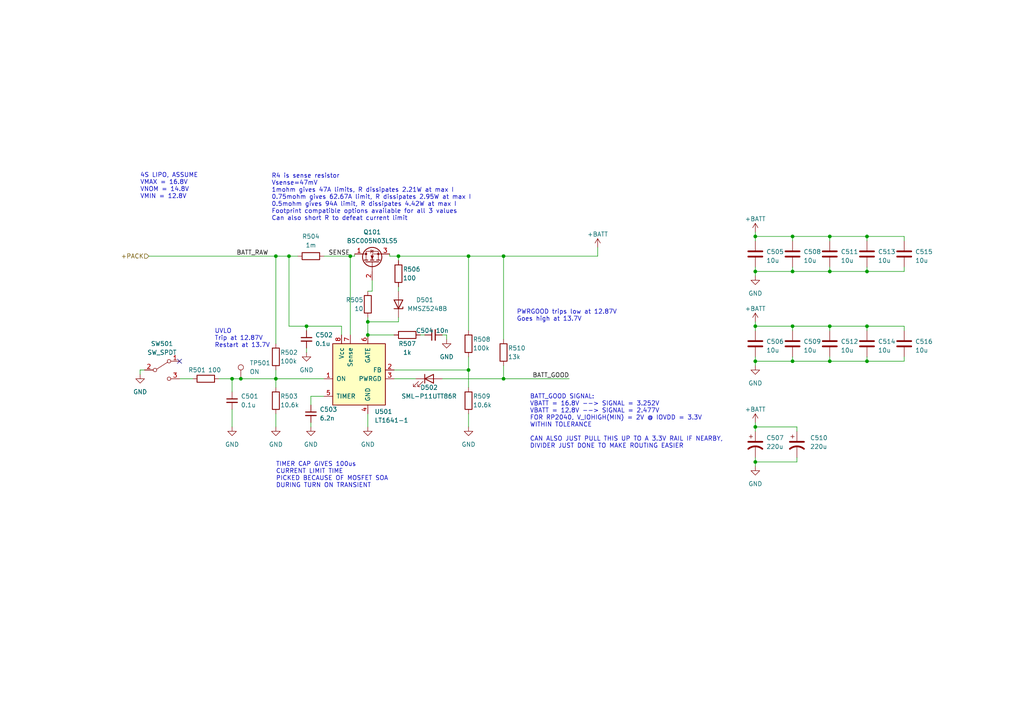
<source format=kicad_sch>
(kicad_sch (version 20230121) (generator eeschema)
  (paper "A4")
  (lib_symbols
    (symbol "Connector:TestPoint" (pin_numbers hide) (pin_names (offset 0.762) hide)
      (property "Reference" "TP" (at 0 6.858 0))
      (property "Value" "TestPoint" (at 0 5.08 0))
      (symbol "TestPoint_0_1"
        (circle (center 0 3.302) (radius 0.762))
      )
      (symbol "TestPoint_1_1"
        (pin passive line (at 0 0 90) (length 2.54) (name "1") (number "1"))
      )
    )
    (symbol "Device:C" (pin_numbers hide) (pin_names (offset 0.254))
      (property "Reference" "C" (at 0.635 2.54 0))
      (property "Value" "C" (at 0.635 -2.54 0))
      (symbol "C_0_1"
        (polyline (pts (xy -2.032 -0.762) (xy 2.032 -0.762)) (stroke (width 0.508)))
        (polyline (pts (xy -2.032 0.762) (xy 2.032 0.762)) (stroke (width 0.508)))
      )
      (symbol "C_1_1"
        (pin passive line (at 0 3.81 270) (length 2.794) (name "~") (number "1"))
        (pin passive line (at 0 -3.81 90) (length 2.794) (name "~") (number "2"))
      )
    )
    (symbol "Device:C_Polarized_US" (pin_numbers hide) (pin_names (offset 0.254) hide)
      (property "Reference" "C" (at 0.635 2.54 0))
      (property "Value" "C_Polarized_US" (at 0.635 -2.54 0))
      (symbol "C_Polarized_US_0_1"
        (polyline (pts (xy -2.032 0.762) (xy 2.032 0.762)) (stroke (width 0.508)))
        (polyline (pts (xy -1.778 2.286) (xy -0.762 2.286)))
        (polyline (pts (xy -1.27 1.778) (xy -1.27 2.794)))
        (arc (start 2.032 -1.27) (mid 0 -0.5572) (end -2.032 -1.27) (stroke (width 0.508)))
      )
      (symbol "C_Polarized_US_1_1"
        (pin passive line (at 0 3.81 270) (length 2.794) (name "~") (number "1"))
        (pin passive line (at 0 -3.81 90) (length 3.302) (name "~") (number "2"))
      )
    )
    (symbol "Device:C_Small" (pin_numbers hide) (pin_names (offset 0.254) hide)
      (property "Reference" "C" (at 0.254 1.778 0))
      (property "Value" "C_Small" (at 0.254 -2.032 0))
      (symbol "C_Small_0_1"
        (polyline (pts (xy -1.524 -0.508) (xy 1.524 -0.508)) (stroke (width 0.3302)))
        (polyline (pts (xy -1.524 0.508) (xy 1.524 0.508)) (stroke (width 0.3048)))
      )
      (symbol "C_Small_1_1"
        (pin passive line (at 0 2.54 270) (length 2.032) (name "~") (number "1"))
        (pin passive line (at 0 -2.54 90) (length 2.032) (name "~") (number "2"))
      )
    )
    (symbol "Device:D_Zener" (pin_numbers hide) (pin_names (offset 1.016) hide)
      (property "Reference" "D1" (at 2.54 1.2701 90))
      (property "Value" "D_Zener" (at 2.54 -1.2699 90))
      (symbol "D_Zener_0_1"
        (polyline (pts (xy 1.27 0) (xy -1.27 0)))
        (polyline (pts (xy -1.27 -1.27) (xy -1.27 1.27) (xy -0.762 1.27)) (stroke (width 0.254)))
        (polyline (pts (xy 1.27 -1.27) (xy 1.27 1.27) (xy -1.27 0) (xy 1.27 -1.27)) (stroke (width 0.254)))
      )
      (symbol "D_Zener_1_1"
        (pin passive line (at -3.81 0 0) (length 2.54) (name "K") (number "1"))
        (pin passive line (at 3.81 0 180) (length 2.54) (name "A") (number "2"))
      )
    )
    (symbol "Device:LED" (pin_numbers hide) (pin_names (offset 1.016) hide)
      (property "Reference" "D" (at 0 2.54 0))
      (property "Value" "LED" (at 0 -2.54 0))
      (symbol "LED_0_1"
        (polyline (pts (xy -1.27 -1.27) (xy -1.27 1.27)) (stroke (width 0.254)))
        (polyline (pts (xy -1.27 0) (xy 1.27 0)))
        (polyline (pts (xy 1.27 -1.27) (xy 1.27 1.27) (xy -1.27 0) (xy 1.27 -1.27)) (stroke (width 0.254)))
        (polyline (pts (xy -3.048 -0.762) (xy -4.572 -2.286) (xy -3.81 -2.286) (xy -4.572 -2.286) (xy -4.572 -1.524)))
        (polyline (pts (xy -1.778 -0.762) (xy -3.302 -2.286) (xy -2.54 -2.286) (xy -3.302 -2.286) (xy -3.302 -1.524)))
      )
      (symbol "LED_1_1"
        (pin passive line (at -3.81 0 0) (length 2.54) (name "K") (number "1"))
        (pin passive line (at 3.81 0 180) (length 2.54) (name "A") (number "2"))
      )
    )
    (symbol "Device:Q_NMOS_DGS" (pin_names (offset 0) hide)
      (property "Reference" "Q" (at 5.08 1.27 0))
      (property "Value" "Q_NMOS_DGS" (at 5.08 -1.27 0))
      (symbol "Q_NMOS_DGS_0_1"
        (polyline (pts (xy 0.254 0) (xy -2.54 0)))
        (polyline (pts (xy 0.254 1.905) (xy 0.254 -1.905)) (stroke (width 0.254)))
        (polyline (pts (xy 0.762 -1.27) (xy 0.762 -2.286)) (stroke (width 0.254)))
        (polyline (pts (xy 0.762 0.508) (xy 0.762 -0.508)) (stroke (width 0.254)))
        (polyline (pts (xy 0.762 2.286) (xy 0.762 1.27)) (stroke (width 0.254)))
        (polyline (pts (xy 2.54 2.54) (xy 2.54 1.778)))
        (polyline (pts (xy 2.54 -2.54) (xy 2.54 0) (xy 0.762 0)))
        (polyline (pts (xy 0.762 -1.778) (xy 3.302 -1.778) (xy 3.302 1.778) (xy 0.762 1.778)))
        (polyline (pts (xy 1.016 0) (xy 2.032 0.381) (xy 2.032 -0.381) (xy 1.016 0)) (fill (type outline)))
        (polyline (pts (xy 2.794 0.508) (xy 2.921 0.381) (xy 3.683 0.381) (xy 3.81 0.254)))
        (polyline (pts (xy 3.302 0.381) (xy 2.921 -0.254) (xy 3.683 -0.254) (xy 3.302 0.381)))
        (circle (center 1.651 0) (radius 2.794) (stroke (width 0.254)))
        (circle (center 2.54 -1.778) (radius 0.254) (fill (type outline)))
        (circle (center 2.54 1.778) (radius 0.254) (fill (type outline)))
      )
      (symbol "Q_NMOS_DGS_1_1"
        (pin passive line (at 2.54 5.08 270) (length 2.54) (name "D") (number "1"))
        (pin input line (at -5.08 0 0) (length 2.54) (name "G") (number "2"))
        (pin passive line (at 2.54 -5.08 90) (length 2.54) (name "S") (number "3"))
      )
    )
    (symbol "Device:R" (pin_numbers hide) (pin_names (offset 0))
      (property "Reference" "R" (at 2.032 0 90))
      (property "Value" "R" (at 0 0 90))
      (symbol "R_0_1"
        (rectangle (start -1.016 -2.54) (end 1.016 2.54) (stroke (width 0.254)))
      )
      (symbol "R_1_1"
        (pin passive line (at 0 3.81 270) (length 1.27) (name "~") (number "1"))
        (pin passive line (at 0 -3.81 90) (length 1.27) (name "~") (number "2"))
      )
    )
    (symbol "GND_1" (power) (pin_names (offset 0))
      (property "Value" "GND_1" (at 0 -3.81 0))
      (symbol "GND_1_0_1"
        (polyline (pts (xy 0 0) (xy 0 -1.27) (xy 1.27 -1.27) (xy 0 -2.54) (xy -1.27 -1.27) (xy 0 -1.27)))
      )
      (symbol "GND_1_1_1"
        (pin power_in line (at 0 0 270) (length 0) hide (name "GND") (number "1"))
      )
    )
    (symbol "Power_Management:LT1641-1" (pin_names (offset 1.016))
      (property "Reference" "U1" (at 4.5594 -12.7 0))
      (property "Value" "LT1641-1" (at 4.5594 -15.24 0))
      (symbol "LT1641-1_0_1"
        (rectangle (start 7.62 7.62) (end -7.62 -10.16) (stroke (width 0.254)) (fill (type background)))
      )
      (symbol "LT1641-1_1_0"
        (pin power_in line (at 2.54 -12.7 90) (length 2.54) (name "GND") (number "4"))
      )
      (symbol "LT1641-1_1_1"
        (pin input line (at -10.16 -2.54 0) (length 2.54) (name "ON") (number "1"))
        (pin input line (at 10.16 0 180) (length 2.54) (name "FB") (number "2"))
        (pin open_collector line (at 10.16 -2.54 180) (length 2.54) (name "PWRGD") (number "3"))
        (pin input line (at -10.16 -7.62 0) (length 2.54) (name "TIMER") (number "5"))
        (pin output line (at 2.54 10.16 270) (length 2.54) (name "GATE") (number "6"))
        (pin input line (at -2.54 10.16 270) (length 2.54) (name "Sense") (number "7"))
        (pin power_in line (at -5.08 10.16 270) (length 2.54) (name "Vcc") (number "8"))
      )
    )
    (symbol "Switch:SW_SPDT" (pin_names (offset 0) hide)
      (property "Reference" "SW" (at 0 4.318 0))
      (property "Value" "SW_SPDT" (at 0 -5.08 0))
      (symbol "SW_SPDT_0_0"
        (circle (center -2.032 0) (radius 0.508))
        (circle (center 2.032 -2.54) (radius 0.508))
      )
      (symbol "SW_SPDT_0_1"
        (polyline (pts (xy -1.524 0.254) (xy 1.651 2.286)))
        (circle (center 2.032 2.54) (radius 0.508))
      )
      (symbol "SW_SPDT_1_1"
        (pin passive line (at 5.08 2.54 180) (length 2.54) (name "A") (number "1"))
        (pin passive line (at -5.08 0 0) (length 2.54) (name "B") (number "2"))
        (pin passive line (at 5.08 -2.54 180) (length 2.54) (name "C") (number "3"))
      )
    )
    (symbol "power:+BATT" (power) (pin_names (offset 0))
      (property "Value" "+BATT" (at 0 3.556 0))
      (symbol "+BATT_0_1"
        (polyline (pts (xy -0.762 1.27) (xy 0 2.54)))
        (polyline (pts (xy 0 0) (xy 0 2.54)))
        (polyline (pts (xy 0 2.54) (xy 0.762 1.27)))
      )
      (symbol "+BATT_1_1"
        (pin power_in line (at 0 0 90) (length 0) hide (name "+BATT") (number "1"))
      )
    )
    (symbol "power:GND" (power) (pin_names (offset 0))
      (property "Value" "GND" (at 0 -3.81 0))
      (symbol "GND_0_1"
        (polyline (pts (xy 0 0) (xy 0 -1.27) (xy 1.27 -1.27) (xy 0 -2.54) (xy -1.27 -1.27) (xy 0 -1.27)))
      )
      (symbol "GND_1_1"
        (pin power_in line (at 0 0 270) (length 0) hide (name "GND") (number "1"))
      )
    )
  )
  (junction (at 229.87 94.615))
  (junction (at 229.87 78.74))
  (junction (at 219.075 104.775))
  (junction (at 219.075 78.74))
  (junction (at 80.01 74.295))
  (junction (at 219.075 133.985))
  (junction (at 240.665 78.74))
  (junction (at 251.46 68.58))
  (junction (at 240.665 104.775))
  (junction (at 146.05 74.295))
  (junction (at 83.82 74.295))
  (junction (at 240.665 68.58))
  (junction (at 88.9 94.615))
  (junction (at 229.87 68.58))
  (junction (at 69.85 109.855))
  (junction (at 80.01 109.855))
  (junction (at 219.075 68.58))
  (junction (at 115.57 74.295))
  (junction (at 251.46 94.615))
  (junction (at 240.665 94.615))
  (junction (at 135.89 74.295))
  (junction (at 251.46 78.74))
  (junction (at 219.075 123.825))
  (junction (at 67.31 109.855))
  (junction (at 251.46 104.775))
  (junction (at 229.87 104.775))
  (junction (at 219.075 94.615))
  (junction (at 146.05 109.855))
  (junction (at 135.89 107.315))
  (junction (at 106.68 93.345))
  (junction (at 101.6 74.295))
  (junction (at 106.68 97.155))
  (no_connect (at 52.07 104.775))
  (wire (pts (xy 80.01 74.295) (xy 80.01 99.695)))
  (wire (pts (xy 219.075 104.775) (xy 219.075 106.045)))
  (wire (pts (xy 102.87 74.295) (xy 101.6 74.295)))
  (wire (pts (xy 83.82 94.615) (xy 88.9 94.615)))
  (wire (pts (xy 251.46 94.615) (xy 251.46 95.885)))
  (wire (pts (xy 113.03 74.295) (xy 115.57 74.295)))
  (wire (pts (xy 88.9 95.885) (xy 88.9 94.615)))
  (wire (pts (xy 219.075 132.715) (xy 219.075 133.985)))
  (wire (pts (xy 80.01 109.855) (xy 80.01 112.395)))
  (wire (pts (xy 251.46 94.615) (xy 262.255 94.615)))
  (wire (pts (xy 129.54 98.425) (xy 129.54 97.155)))
  (wire (pts (xy 146.05 106.045) (xy 146.05 109.855)))
  (wire (pts (xy 106.68 93.345) (xy 106.68 97.155)))
  (wire (pts (xy 90.17 114.935) (xy 90.17 117.475)))
  (wire (pts (xy 43.18 74.295) (xy 80.01 74.295)))
  (wire (pts (xy 67.31 109.855) (xy 67.31 113.665)))
  (wire (pts (xy 229.87 68.58) (xy 240.665 68.58)))
  (wire (pts (xy 251.46 104.775) (xy 262.255 104.775)))
  (wire (pts (xy 69.85 109.855) (xy 80.01 109.855)))
  (wire (pts (xy 102.87 73.66) (xy 102.87 74.295)))
  (wire (pts (xy 219.075 78.74) (xy 219.075 80.01)))
  (wire (pts (xy 251.46 68.58) (xy 262.255 68.58)))
  (wire (pts (xy 40.64 107.315) (xy 41.91 107.315)))
  (wire (pts (xy 114.3 109.855) (xy 120.65 109.855)))
  (wire (pts (xy 101.6 74.295) (xy 101.6 97.155)))
  (wire (pts (xy 106.68 92.075) (xy 106.68 93.345)))
  (wire (pts (xy 262.255 78.74) (xy 262.255 77.47)))
  (wire (pts (xy 262.255 104.775) (xy 262.255 103.505)))
  (wire (pts (xy 219.075 78.74) (xy 229.87 78.74)))
  (wire (pts (xy 67.31 109.855) (xy 69.85 109.855)))
  (wire (pts (xy 262.255 68.58) (xy 262.255 69.85)))
  (wire (pts (xy 251.46 68.58) (xy 251.46 69.85)))
  (wire (pts (xy 135.89 74.295) (xy 135.89 95.885)))
  (wire (pts (xy 219.075 123.825) (xy 219.075 125.095)))
  (wire (pts (xy 240.665 103.505) (xy 240.665 104.775)))
  (wire (pts (xy 240.665 78.74) (xy 251.46 78.74)))
  (wire (pts (xy 231.14 133.985) (xy 231.14 132.715)))
  (wire (pts (xy 115.57 83.185) (xy 115.57 84.455)))
  (wire (pts (xy 219.075 94.615) (xy 219.075 95.885)))
  (wire (pts (xy 240.665 68.58) (xy 240.665 69.85)))
  (wire (pts (xy 229.87 68.58) (xy 229.87 69.85)))
  (wire (pts (xy 229.87 104.775) (xy 240.665 104.775)))
  (wire (pts (xy 90.17 122.555) (xy 90.17 123.825)))
  (wire (pts (xy 80.01 120.015) (xy 80.01 123.825)))
  (wire (pts (xy 219.075 68.58) (xy 229.87 68.58)))
  (wire (pts (xy 229.87 94.615) (xy 229.87 95.885)))
  (wire (pts (xy 80.01 107.315) (xy 80.01 109.855)))
  (wire (pts (xy 115.57 92.075) (xy 115.57 93.345)))
  (wire (pts (xy 107.95 84.455) (xy 106.68 84.455)))
  (wire (pts (xy 219.075 133.985) (xy 219.075 135.255)))
  (wire (pts (xy 107.95 81.28) (xy 107.95 84.455)))
  (wire (pts (xy 240.665 94.615) (xy 251.46 94.615)))
  (wire (pts (xy 113.03 73.66) (xy 113.03 74.295)))
  (wire (pts (xy 219.075 133.985) (xy 231.14 133.985)))
  (wire (pts (xy 146.05 74.295) (xy 146.05 98.425)))
  (wire (pts (xy 88.9 94.615) (xy 99.06 94.615)))
  (wire (pts (xy 135.89 107.315) (xy 135.89 103.505)))
  (wire (pts (xy 135.89 120.015) (xy 135.89 123.825)))
  (wire (pts (xy 219.075 94.615) (xy 229.87 94.615)))
  (wire (pts (xy 231.14 125.095) (xy 231.14 123.825)))
  (wire (pts (xy 146.05 109.855) (xy 165.1 109.855)))
  (wire (pts (xy 52.07 109.855) (xy 55.88 109.855)))
  (wire (pts (xy 106.68 93.345) (xy 115.57 93.345)))
  (wire (pts (xy 83.82 74.295) (xy 83.82 94.615)))
  (wire (pts (xy 240.665 68.58) (xy 251.46 68.58)))
  (wire (pts (xy 219.075 68.58) (xy 219.075 69.85)))
  (wire (pts (xy 219.075 103.505) (xy 219.075 104.775)))
  (wire (pts (xy 219.075 104.775) (xy 229.87 104.775)))
  (wire (pts (xy 88.9 102.235) (xy 88.9 100.965)))
  (wire (pts (xy 251.46 78.74) (xy 262.255 78.74)))
  (wire (pts (xy 90.17 114.935) (xy 93.98 114.935)))
  (wire (pts (xy 67.31 118.745) (xy 67.31 123.825)))
  (wire (pts (xy 83.82 74.295) (xy 86.36 74.295)))
  (wire (pts (xy 219.075 77.47) (xy 219.075 78.74)))
  (wire (pts (xy 229.87 78.74) (xy 240.665 78.74)))
  (wire (pts (xy 99.06 94.615) (xy 99.06 97.155)))
  (wire (pts (xy 114.3 107.315) (xy 135.89 107.315)))
  (wire (pts (xy 93.98 74.295) (xy 101.6 74.295)))
  (wire (pts (xy 146.05 74.295) (xy 135.89 74.295)))
  (wire (pts (xy 129.54 97.155) (xy 128.27 97.155)))
  (wire (pts (xy 262.255 94.615) (xy 262.255 95.885)))
  (wire (pts (xy 128.27 109.855) (xy 146.05 109.855)))
  (wire (pts (xy 229.87 103.505) (xy 229.87 104.775)))
  (wire (pts (xy 219.075 122.555) (xy 219.075 123.825)))
  (wire (pts (xy 229.87 94.615) (xy 240.665 94.615)))
  (wire (pts (xy 240.665 77.47) (xy 240.665 78.74)))
  (wire (pts (xy 63.5 109.855) (xy 67.31 109.855)))
  (wire (pts (xy 80.01 109.855) (xy 93.98 109.855)))
  (wire (pts (xy 115.57 74.295) (xy 115.57 75.565)))
  (wire (pts (xy 240.665 94.615) (xy 240.665 95.885)))
  (wire (pts (xy 251.46 103.505) (xy 251.46 104.775)))
  (wire (pts (xy 106.68 120.015) (xy 106.68 123.825)))
  (wire (pts (xy 219.075 93.345) (xy 219.075 94.615)))
  (wire (pts (xy 135.89 107.315) (xy 135.89 112.395)))
  (wire (pts (xy 80.01 74.295) (xy 83.82 74.295)))
  (wire (pts (xy 115.57 74.295) (xy 135.89 74.295)))
  (wire (pts (xy 240.665 104.775) (xy 251.46 104.775)))
  (wire (pts (xy 219.075 67.31) (xy 219.075 68.58)))
  (wire (pts (xy 40.64 108.585) (xy 40.64 107.315)))
  (wire (pts (xy 114.3 97.155) (xy 106.68 97.155)))
  (wire (pts (xy 251.46 77.47) (xy 251.46 78.74)))
  (wire (pts (xy 173.355 71.755) (xy 173.355 74.295)))
  (wire (pts (xy 146.05 74.295) (xy 173.355 74.295)))
  (wire (pts (xy 231.14 123.825) (xy 219.075 123.825)))
  (wire (pts (xy 123.19 97.155) (xy 121.92 97.155)))
  (wire (pts (xy 229.87 77.47) (xy 229.87 78.74)))
  (text "PWRGOOD trips low at 12.87V\nGoes high at 13.7V\n" (at 149.86 93.345 0) (effects (font (size 1.27 1.27)) (justify left bottom)))
  (text "TIMER CAP GIVES 100us\nCURRENT LIMIT TIME\nPICKED BECAUSE OF MOSFET SOA\nDURING TURN ON TRANSIENT" (at 80.01 141.605 0) (effects (font (size 1.27 1.27)) (justify left bottom)))
  (text "UVLO\nTrip at 12.87V\nRestart at 13.7V" (at 62.23 100.965 0) (effects (font (size 1.27 1.27)) (justify left bottom)))
  (text "R4 is sense resistor\nVsense=47mV\n1mohm gives 47A limits, R dissipates 2.21W at max I\n0.75mohm gives 62.67A limit, R dissipates 2.95W at max I\n0.5mohm gives 94A limit, R dissipates 4.42W at max I\nFootprint compatible options available for all 3 values\nCan also short R to defeat current limit" (at 78.74 64.135 0) (effects (font (size 1.27 1.27)) (justify left bottom)))
  (text "BATT_GOOD SIGNAL:\nVBATT = 16.8V --> SIGNAL = 3.252V\nVBATT = 12.8V --> SIGNAL = 2.477V\nFOR RP2040, V_IOHIGH(MIN) = 2V @ IOVDD = 3.3V\nWITHIN TOLERANCE\n\nCAN ALSO JUST PULL THIS UP TO A 3.3V RAIL IF NEARBY, \nDIVIDER JUST DONE TO MAKE ROUTING EASIER" (at 153.67 130.175 0) (effects (font (size 1.27 1.27)) (justify left bottom)))
  (text "4S LIPO, ASSUME\nVMAX = 16.8V\nVNOM = 14.8V\nVMIN = 12.8V" (at 40.64 57.785 0) (effects (font (size 1.27 1.27)) (justify left bottom)))
  (label "SENSE" (at 95.25 74.295 0))
  (label "BATT_RAW" (at 68.58 74.295 0))
  (label "BATT_GOOD" (at 165.1 109.855 180))
  (hierarchical_label "+PACK" (shape input) (at 43.18 74.295 180))
  (symbol (lib_id "Device:R") (at 135.89 99.695 0) (unit 1)
    (property "Reference" "R508" (at 137.16 98.425 0) (effects (justify left)))
    (property "Value" "100k" (at 137.16 100.965 0) (effects (justify left)))
    (property "Footprint" "Resistor_SMD:R_0201_0603Metric" (effects hide))
  )
  (symbol (lib_id "Device:C_Small") (at 88.9 98.425 0) (unit 1)
    (property "Reference" "C502" (at 91.44 97.1612 0) (effects (justify left)))
    (property "Value" "0.1u" (at 91.44 99.7012 0) (effects (justify left)))
    (property "Footprint" "Capacitor_SMD:C_0201_0603Metric" (effects hide))
  )
  (symbol (lib_id "Switch:SW_SPDT") (at 46.99 107.315 0) (unit 1)
    (property "Reference" "SW501" (at 46.99 99.695 0))
    (property "Value" "SW_SPDT" (at 46.99 102.235 0))
    (property "Footprint" "capstone:EG1270" (effects hide))
  )
  (symbol (lib_id "Device:R") (at 80.01 116.205 0) (unit 1)
    (property "Reference" "R503" (at 81.28 114.935 0) (effects (justify left)))
    (property "Value" "10.6k" (at 81.28 117.475 0) (effects (justify left)))
    (property "Footprint" "Resistor_SMD:R_0201_0603Metric" (effects hide))
  )
  (symbol (lib_id "power:GND") (at 129.54 98.425 0) (unit 1)
    (property "Reference" "#PWR0507" (effects hide))
    (property "Value" "GND" (at 129.54 103.505 0))
  )
  (symbol (lib_id "Device:C") (at 251.46 73.66 0) (unit 1)
    (property "Reference" "C513" (at 254.635 73.025 0) (effects (justify left)))
    (property "Value" "10u" (at 254.635 75.565 0) (effects (justify left)))
    (property "Footprint" "Capacitor_SMD:C_0805_2012Metric" (effects hide))
  )
  (symbol (lib_id "power:GND") (at 80.01 123.825 0) (unit 1)
    (property "Reference" "#PWR0503" (effects hide))
    (property "Value" "GND" (at 80.01 128.905 0))
  )
  (symbol (lib_id "Connector:TestPoint") (at 69.85 109.855 0) (unit 1)
    (property "Reference" "TP501" (at 72.39 105.2829 0) (effects (justify left)))
    (property "Value" "ON" (at 72.39 107.8229 0) (effects (justify left)))
    (property "Footprint" "TestPoint:TestPoint_Pad_D1.0mm" (effects hide))
  )
  (symbol (lib_id "Device:C_Polarized_US") (at 219.075 128.905 0) (unit 1)
    (property "Reference" "C507" (at 222.25 127 0) (effects (justify left)))
    (property "Value" "220u" (at 222.25 129.54 0) (effects (justify left)))
    (property "Footprint" "Capacitor_THT:CP_Radial_D8.0mm_P3.50mm" (effects hide))
  )
  (symbol (lib_id "Device:C") (at 219.075 73.66 0) (unit 1)
    (property "Reference" "C505" (at 222.25 73.025 0) (effects (justify left)))
    (property "Value" "10u" (at 222.25 75.565 0) (effects (justify left)))
    (property "Footprint" "Capacitor_SMD:C_0805_2012Metric" (effects hide))
  )
  (symbol (lib_id "Device:D_Zener") (at 115.57 88.265 270) (mirror x) (unit 1)
    (property "Reference" "D501" (at 120.65 86.995 90) (effects (justify left)))
    (property "Value" "MMSZ5248B" (at 118.11 89.535 90) (effects (justify left)))
    (property "Footprint" "Diode_SMD:D_SOD-123" (effects hide))
    (property "Datasheet" "https://www.vishay.com/docs/85774/mmsz5225.pdf" (effects hide))
    (property "Digikey" "MMSZ5248B-HE3-08GICT-ND" (effects hide))
  )
  (symbol (lib_id "Device:R") (at 80.01 103.505 0) (unit 1)
    (property "Reference" "R502" (at 81.28 102.235 0) (effects (justify left)))
    (property "Value" "100k" (at 81.28 104.775 0) (effects (justify left)))
    (property "Footprint" "Resistor_SMD:R_0201_0603Metric" (effects hide))
  )
  (symbol (lib_id "power:GND") (at 135.89 123.825 0) (unit 1)
    (property "Reference" "#PWR0508" (effects hide))
    (property "Value" "GND" (at 135.89 128.905 0))
  )
  (symbol (lib_id "Device:R") (at 135.89 116.205 0) (unit 1)
    (property "Reference" "R509" (at 137.16 114.935 0) (effects (justify left)))
    (property "Value" "10.6k" (at 137.16 117.475 0) (effects (justify left)))
    (property "Footprint" "Resistor_SMD:R_0201_0603Metric" (effects hide))
  )
  (symbol (lib_id "Device:C_Small") (at 125.73 97.155 90) (unit 1)
    (property "Reference" "C504" (at 123.19 95.885 90))
    (property "Value" "10n" (at 128.27 95.885 90))
    (property "Footprint" "Capacitor_SMD:C_0201_0603Metric" (effects hide))
  )
  (symbol (lib_id "Device:C_Polarized_US") (at 231.14 128.905 0) (unit 1)
    (property "Reference" "C510" (at 234.95 127 0) (effects (justify left)))
    (property "Value" "220u" (at 234.95 129.54 0) (effects (justify left)))
    (property "Footprint" "Capacitor_THT:CP_Radial_D8.0mm_P3.50mm" (effects hide))
  )
  (symbol (lib_id "Device:R") (at 146.05 102.235 0) (unit 1)
    (property "Reference" "R510" (at 147.32 100.965 0) (effects (justify left)))
    (property "Value" "13k" (at 147.32 103.505 0) (effects (justify left)))
    (property "Footprint" "Resistor_SMD:R_0201_0603Metric" (effects hide))
  )
  (symbol (lib_id "Device:C_Small") (at 90.17 120.015 0) (unit 1)
    (property "Reference" "C503" (at 92.71 118.7513 0) (effects (justify left)))
    (property "Value" "6.2n" (at 92.71 121.2913 0) (effects (justify left)))
    (property "Footprint" "Capacitor_SMD:C_0402_1005Metric" (effects hide))
  )
  (symbol (lib_id "power:+BATT") (at 219.075 122.555 0) (unit 1)
    (property "Reference" "#PWR0514" (effects hide))
    (property "Value" "+BATT" (at 219.075 118.745 0))
  )
  (symbol (lib_id "power:GND") (at 90.17 123.825 0) (unit 1)
    (property "Reference" "#PWR0505" (effects hide))
    (property "Value" "GND" (at 90.17 128.905 0))
  )
  (symbol (lib_id "Device:C") (at 240.665 73.66 0) (unit 1)
    (property "Reference" "C511" (at 243.84 73.025 0) (effects (justify left)))
    (property "Value" "10u" (at 243.84 75.565 0) (effects (justify left)))
    (property "Footprint" "Capacitor_SMD:C_0805_2012Metric" (effects hide))
  )
  (symbol (lib_id "power:+BATT") (at 173.355 71.755 0) (unit 1)
    (property "Reference" "#PWR0509" (effects hide))
    (property "Value" "+BATT" (at 173.355 67.945 0))
  )
  (symbol (lib_id "Device:C") (at 262.255 99.695 0) (unit 1)
    (property "Reference" "C516" (at 265.43 99.06 0) (effects (justify left)))
    (property "Value" "10u" (at 265.43 101.6 0) (effects (justify left)))
    (property "Footprint" "Capacitor_SMD:C_0805_2012Metric" (effects hide))
  )
  (symbol (lib_name "GND_1") (lib_id "power:GND") (at 219.075 135.255 0) (unit 1)
    (property "Reference" "#PWR0515" (effects hide))
    (property "Value" "GND" (at 219.075 140.335 0))
  )
  (symbol (lib_id "Device:C") (at 262.255 73.66 0) (unit 1)
    (property "Reference" "C515" (at 265.43 73.025 0) (effects (justify left)))
    (property "Value" "10u" (at 265.43 75.565 0) (effects (justify left)))
    (property "Footprint" "Capacitor_SMD:C_0805_2012Metric" (effects hide))
  )
  (symbol (lib_id "Device:C_Small") (at 67.31 116.205 0) (unit 1)
    (property "Reference" "C501" (at 69.85 114.9412 0) (effects (justify left)))
    (property "Value" "0.1u" (at 69.85 117.4812 0) (effects (justify left)))
    (property "Footprint" "Capacitor_SMD:C_0201_0603Metric" (effects hide))
  )
  (symbol (lib_id "Device:R") (at 90.17 74.295 270) (unit 1)
    (property "Reference" "R504" (at 90.17 68.58 90))
    (property "Value" "1m" (at 90.17 71.12 90))
    (property "Footprint" "capstone:EBWM2512F1L00S9" (effects hide))
    (property "Datasheet" "https://jlcpcb.com/partdetail/Resi-EBWM2512F1L00S9/C5224158" (effects hide))
    (property "PN" "EBWM2512F1L00S9" (effects hide))
    (property "LCSC" "C5224158" (effects hide))
  )
  (symbol (lib_id "Device:C") (at 240.665 99.695 0) (unit 1)
    (property "Reference" "C512" (at 243.84 99.06 0) (effects (justify left)))
    (property "Value" "10u" (at 243.84 101.6 0) (effects (justify left)))
    (property "Footprint" "Capacitor_SMD:C_0805_2012Metric" (effects hide))
  )
  (symbol (lib_id "Power_Management:LT1641-1") (at 104.14 107.315 0) (unit 1)
    (property "Reference" "U501" (at 108.6359 119.38 0) (effects (justify left)))
    (property "Value" "LT1641-1" (at 108.6359 121.92 0) (effects (justify left)))
    (property "Footprint" "capstone:LT1641-1CS8TRPBF" (effects hide))
    (property "Datasheet" "https://www.analog.com/media/en/technical-documentation/data-sheets/164112fc.pdf" (effects hide))
    (property "Digikey" "LT1641-1CS8#TRPBFCT-ND" (effects hide))
  )
  (symbol (lib_id "Device:LED") (at 124.46 109.855 0) (unit 1)
    (property "Reference" "D502" (at 124.46 112.395 0))
    (property "Value" "SML-P11UTT86R" (at 124.46 114.935 0))
    (property "Footprint" "LED_SMD:LED_0402_1005Metric" (effects hide))
    (property "Datasheet" "https://fscdn.rohm.com/en/products/databook/datasheet/opto/led/chip_mono/sml-p11utt86(r)-e.pdf" (effects hide))
    (property "Digikey" "SML-P11UTT86RCT-ND" (effects hide))
    (property "LCSC" "C510300" (effects hide))
  )
  (symbol (lib_id "Device:C") (at 219.075 99.695 0) (unit 1)
    (property "Reference" "C506" (at 222.25 99.06 0) (effects (justify left)))
    (property "Value" "10u" (at 222.25 101.6 0) (effects (justify left)))
    (property "Footprint" "Capacitor_SMD:C_0805_2012Metric" (effects hide))
  )
  (symbol (lib_id "Device:R") (at 115.57 79.375 180) (unit 1)
    (property "Reference" "R506" (at 116.84 78.105 0) (effects (justify right)))
    (property "Value" "100" (at 116.84 80.645 0) (effects (justify right)))
    (property "Footprint" "Resistor_SMD:R_0201_0603Metric" (effects hide))
  )
  (symbol (lib_id "Device:C") (at 229.87 99.695 0) (unit 1)
    (property "Reference" "C509" (at 233.045 99.06 0) (effects (justify left)))
    (property "Value" "10u" (at 233.045 101.6 0) (effects (justify left)))
    (property "Footprint" "Capacitor_SMD:C_0805_2012Metric" (effects hide))
  )
  (symbol (lib_id "power:GND") (at 67.31 123.825 0) (unit 1)
    (property "Reference" "#PWR0502" (effects hide))
    (property "Value" "GND" (at 67.31 128.905 0))
  )
  (symbol (lib_name "GND_1") (lib_id "power:GND") (at 219.075 80.01 0) (unit 1)
    (property "Reference" "#PWR0511" (effects hide))
    (property "Value" "GND" (at 219.075 85.09 0))
  )
  (symbol (lib_id "Device:R") (at 118.11 97.155 270) (unit 1)
    (property "Reference" "R507" (at 118.11 99.695 90))
    (property "Value" "1k" (at 118.11 102.235 90))
    (property "Footprint" "Resistor_SMD:R_0201_0603Metric" (effects hide))
  )
  (symbol (lib_id "Device:R") (at 59.69 109.855 270) (unit 1)
    (property "Reference" "R501" (at 57.15 107.315 90))
    (property "Value" "100" (at 62.23 107.315 90))
    (property "Footprint" "Resistor_SMD:R_0201_0603Metric" (effects hide))
  )
  (symbol (lib_id "power:+BATT") (at 219.075 67.31 0) (unit 1)
    (property "Reference" "#PWR0510" (effects hide))
    (property "Value" "+BATT" (at 219.075 63.5 0))
  )
  (symbol (lib_id "power:GND") (at 40.64 108.585 0) (unit 1)
    (property "Reference" "#PWR0501" (effects hide))
    (property "Value" "GND" (at 40.64 113.665 0))
  )
  (symbol (lib_id "Device:C") (at 251.46 99.695 0) (unit 1)
    (property "Reference" "C514" (at 254.635 99.06 0) (effects (justify left)))
    (property "Value" "10u" (at 254.635 101.6 0) (effects (justify left)))
    (property "Footprint" "Capacitor_SMD:C_0805_2012Metric" (effects hide))
  )
  (symbol (lib_id "Device:R") (at 106.68 88.265 0) (mirror x) (unit 1)
    (property "Reference" "R505" (at 105.41 86.995 0) (effects (justify right)))
    (property "Value" "10" (at 105.41 89.535 0) (effects (justify right)))
    (property "Footprint" "Resistor_SMD:R_0201_0603Metric" (effects hide))
  )
  (symbol (lib_id "power:GND") (at 88.9 102.235 0) (unit 1)
    (property "Reference" "#PWR0504" (effects hide))
    (property "Value" "GND" (at 88.9 107.315 0))
  )
  (symbol (lib_name "GND_1") (lib_id "power:GND") (at 219.075 106.045 0) (unit 1)
    (property "Reference" "#PWR0513" (effects hide))
    (property "Value" "GND" (at 219.075 111.125 0))
  )
  (symbol (lib_id "power:+BATT") (at 219.075 93.345 0) (unit 1)
    (property "Reference" "#PWR0512" (effects hide))
    (property "Value" "+BATT" (at 219.075 89.535 0))
  )
  (symbol (lib_id "Device:C") (at 229.87 73.66 0) (unit 1)
    (property "Reference" "C508" (at 233.045 73.025 0) (effects (justify left)))
    (property "Value" "10u" (at 233.045 75.565 0) (effects (justify left)))
    (property "Footprint" "Capacitor_SMD:C_0805_2012Metric" (effects hide))
  )
  (symbol (lib_id "Device:Q_NMOS_DGS") (at 107.95 76.2 90) (unit 1)
    (property "Reference" "Q101" (at 107.95 67.31 90))
    (property "Value" "BSC005N03LS5" (at 107.95 69.85 90))
    (property "Footprint" "capstone:BSC005N03LS5" (effects hide))
  )
  (symbol (lib_id "power:GND") (at 106.68 123.825 0) (unit 1)
    (property "Reference" "#PWR0506" (effects hide))
    (property "Value" "GND" (at 106.68 128.905 0))
  )
)
</source>
